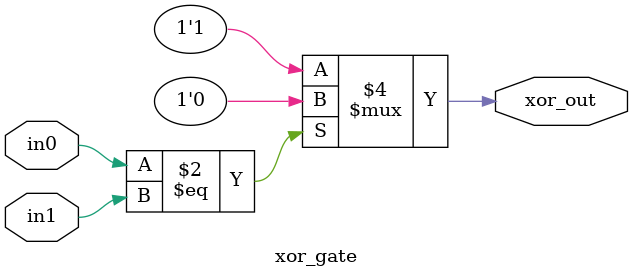
<source format=v>
`timescale 1ns / 1ps


module xor_gate(
    input in0,
    input in1,
    output reg xor_out
    );
     
    always@(in0 or in1)
    begin
        if (in0 == in1)
            xor_out = 1'b0;
        else
            xor_out = 1'b1;
    end
endmodule

</source>
